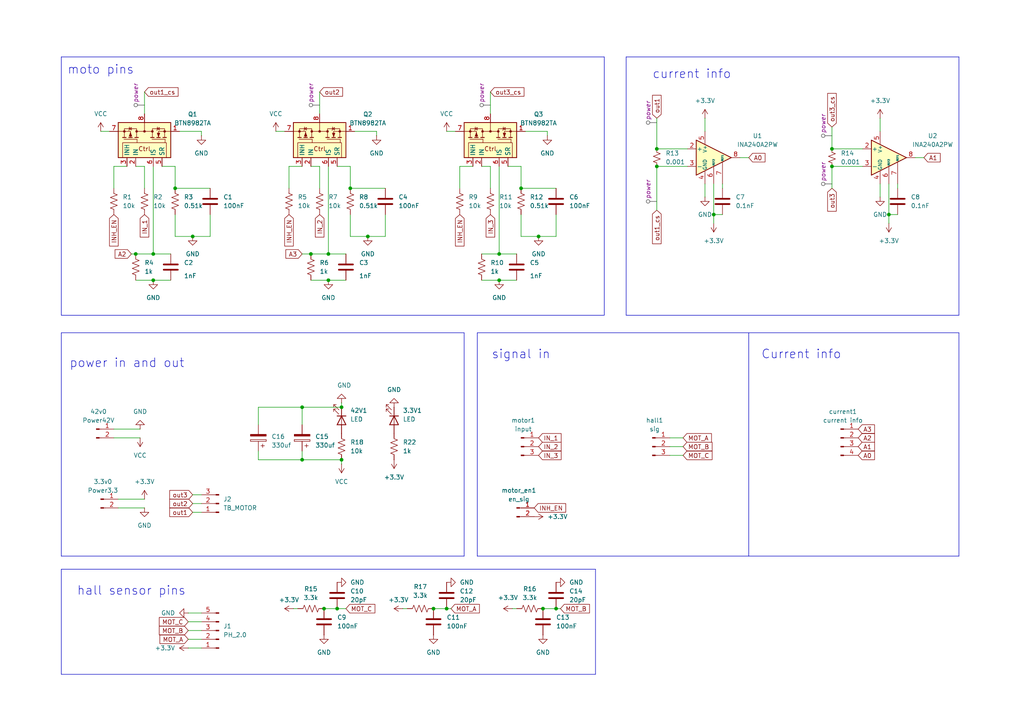
<source format=kicad_sch>
(kicad_sch (version 20231120) (generator "eeschema") (generator_version "8.0")
  (paper "A4")
  (lib_symbols
    (symbol "Amplifier_Current:INA240A2PW" (pin_names (offset 0.127))
      (property "Reference" "U" (at 3.81 3.81 0))
      (property "Value" "INA240A2PW" (at 3.81 -2.54 0))
      (symbol "INA240A2PW_0_1"
        (polyline (pts (xy 5.08 0) (xy -5.08 5.08) (xy -5.08 -5.08) (xy 5.08 0)) (stroke (width 0.254)) (fill (type background)))
      )
      (symbol "INA240A2PW_1_1"
        (pin passive line (at -2.54 -7.62 90) (length 3.81) hide (name "GND") (number "1"))
        (pin input line (at -7.62 2.54 0) (length 2.54) (name "+") (number "2"))
        (pin input line (at -7.62 -2.54 0) (length 2.54) (name "-") (number "3"))
        (pin power_in line (at -2.54 -7.62 90) (length 3.81) (name "GND") (number "4"))
        (pin power_in line (at -2.54 7.62 270) (length 3.81) (name "V+") (number "5"))
        (pin passive line (at 0 -7.62 90) (length 5.08) (name "REF2") (number "6"))
        (pin passive line (at 2.54 -7.62 90) (length 6.35) (name "REF1") (number "7"))
        (pin output line (at 7.62 0 180) (length 2.54) (name "~") (number "8"))
      )
    )
    (symbol "Connector:Conn_01x02_Pin" (pin_names (offset 1.016) hide)
      (property "Reference" "J" (at 0 2.54 0))
      (property "Value" "Conn_01x02_Pin" (at 0 -5.08 0))
      (symbol "Conn_01x02_Pin_1_1"
        (polyline (pts (xy 1.27 -2.54) (xy 0.8636 -2.54)) (stroke (width 0.1524)))
        (polyline (pts (xy 1.27 0) (xy 0.8636 0)) (stroke (width 0.1524)))
        (rectangle (start 0.8636 -2.413) (end 0 -2.667) (stroke (width 0.1524)) (fill (type outline)))
        (rectangle (start 0.8636 0.127) (end 0 -0.127) (stroke (width 0.1524)) (fill (type outline)))
        (pin passive line (at 5.08 0 180) (length 3.81) (name "Pin_1") (number "1"))
        (pin passive line (at 5.08 -2.54 180) (length 3.81) (name "Pin_2") (number "2"))
      )
    )
    (symbol "Connector:Conn_01x03_Pin" (pin_names (offset 1.016) hide)
      (property "Reference" "J" (at 0 5.08 0))
      (property "Value" "Conn_01x03_Pin" (at 0 -5.08 0))
      (symbol "Conn_01x03_Pin_1_1"
        (polyline (pts (xy 1.27 -2.54) (xy 0.8636 -2.54)) (stroke (width 0.1524)))
        (polyline (pts (xy 1.27 0) (xy 0.8636 0)) (stroke (width 0.1524)))
        (polyline (pts (xy 1.27 2.54) (xy 0.8636 2.54)) (stroke (width 0.1524)))
        (rectangle (start 0.8636 -2.413) (end 0 -2.667) (stroke (width 0.1524)) (fill (type outline)))
        (rectangle (start 0.8636 0.127) (end 0 -0.127) (stroke (width 0.1524)) (fill (type outline)))
        (rectangle (start 0.8636 2.667) (end 0 2.413) (stroke (width 0.1524)) (fill (type outline)))
        (pin passive line (at 5.08 2.54 180) (length 3.81) (name "Pin_1") (number "1"))
        (pin passive line (at 5.08 0 180) (length 3.81) (name "Pin_2") (number "2"))
        (pin passive line (at 5.08 -2.54 180) (length 3.81) (name "Pin_3") (number "3"))
      )
    )
    (symbol "Connector:Conn_01x04_Pin" (pin_names (offset 1.016) hide)
      (property "Reference" "J" (at 0 5.08 0))
      (property "Value" "Conn_01x04_Pin" (at 0 -7.62 0))
      (symbol "Conn_01x04_Pin_1_1"
        (polyline (pts (xy 1.27 -5.08) (xy 0.8636 -5.08)) (stroke (width 0.1524)))
        (polyline (pts (xy 1.27 -2.54) (xy 0.8636 -2.54)) (stroke (width 0.1524)))
        (polyline (pts (xy 1.27 0) (xy 0.8636 0)) (stroke (width 0.1524)))
        (polyline (pts (xy 1.27 2.54) (xy 0.8636 2.54)) (stroke (width 0.1524)))
        (rectangle (start 0.8636 -4.953) (end 0 -5.207) (stroke (width 0.1524)) (fill (type outline)))
        (rectangle (start 0.8636 -2.413) (end 0 -2.667) (stroke (width 0.1524)) (fill (type outline)))
        (rectangle (start 0.8636 0.127) (end 0 -0.127) (stroke (width 0.1524)) (fill (type outline)))
        (rectangle (start 0.8636 2.667) (end 0 2.413) (stroke (width 0.1524)) (fill (type outline)))
        (pin passive line (at 5.08 2.54 180) (length 3.81) (name "Pin_1") (number "1"))
        (pin passive line (at 5.08 0 180) (length 3.81) (name "Pin_2") (number "2"))
        (pin passive line (at 5.08 -2.54 180) (length 3.81) (name "Pin_3") (number "3"))
        (pin passive line (at 5.08 -5.08 180) (length 3.81) (name "Pin_4") (number "4"))
      )
    )
    (symbol "Connector:Conn_01x05_Pin" (pin_names (offset 1.016) hide)
      (property "Reference" "J" (at 0 7.62 0))
      (property "Value" "Conn_01x05_Pin" (at 0 -7.62 0))
      (symbol "Conn_01x05_Pin_1_1"
        (polyline (pts (xy 1.27 -5.08) (xy 0.8636 -5.08)) (stroke (width 0.1524)))
        (polyline (pts (xy 1.27 -2.54) (xy 0.8636 -2.54)) (stroke (width 0.1524)))
        (polyline (pts (xy 1.27 0) (xy 0.8636 0)) (stroke (width 0.1524)))
        (polyline (pts (xy 1.27 2.54) (xy 0.8636 2.54)) (stroke (width 0.1524)))
        (polyline (pts (xy 1.27 5.08) (xy 0.8636 5.08)) (stroke (width 0.1524)))
        (rectangle (start 0.8636 -4.953) (end 0 -5.207) (stroke (width 0.1524)) (fill (type outline)))
        (rectangle (start 0.8636 -2.413) (end 0 -2.667) (stroke (width 0.1524)) (fill (type outline)))
        (rectangle (start 0.8636 0.127) (end 0 -0.127) (stroke (width 0.1524)) (fill (type outline)))
        (rectangle (start 0.8636 2.667) (end 0 2.413) (stroke (width 0.1524)) (fill (type outline)))
        (rectangle (start 0.8636 5.207) (end 0 4.953) (stroke (width 0.1524)) (fill (type outline)))
        (pin passive line (at 5.08 5.08 180) (length 3.81) (name "Pin_1") (number "1"))
        (pin passive line (at 5.08 2.54 180) (length 3.81) (name "Pin_2") (number "2"))
        (pin passive line (at 5.08 0 180) (length 3.81) (name "Pin_3") (number "3"))
        (pin passive line (at 5.08 -2.54 180) (length 3.81) (name "Pin_4") (number "4"))
        (pin passive line (at 5.08 -5.08 180) (length 3.81) (name "Pin_5") (number "5"))
      )
    )
    (symbol "Device:C" (pin_numbers hide) (pin_names (offset 0.254))
      (property "Reference" "C" (at 0.635 2.54 0))
      (property "Value" "C" (at 0.635 -2.54 0))
      (symbol "C_0_1"
        (polyline (pts (xy -2.032 -0.762) (xy 2.032 -0.762)) (stroke (width 0.508)))
        (polyline (pts (xy -2.032 0.762) (xy 2.032 0.762)) (stroke (width 0.508)))
      )
      (symbol "C_1_1"
        (pin passive line (at 0 3.81 270) (length 2.794) (name "~") (number "1"))
        (pin passive line (at 0 -3.81 90) (length 2.794) (name "~") (number "2"))
      )
    )
    (symbol "Device:C_Polarized" (pin_numbers hide) (pin_names (offset 0.254))
      (property "Reference" "C" (at 0.635 2.54 0))
      (property "Value" "C_Polarized" (at 0.635 -2.54 0))
      (symbol "C_Polarized_0_1"
        (rectangle (start -2.286 0.508) (end 2.286 1.016))
        (polyline (pts (xy -1.778 2.286) (xy -0.762 2.286)))
        (polyline (pts (xy -1.27 2.794) (xy -1.27 1.778)))
        (rectangle (start 2.286 -0.508) (end -2.286 -1.016) (fill (type outline)))
      )
      (symbol "C_Polarized_1_1"
        (pin passive line (at 0 3.81 270) (length 2.794) (name "~") (number "1"))
        (pin passive line (at 0 -3.81 90) (length 2.794) (name "~") (number "2"))
      )
    )
    (symbol "Device:LED" (pin_numbers hide) (pin_names (offset 1.016) hide)
      (property "Reference" "D" (at 0 2.54 0))
      (property "Value" "LED" (at 0 -2.54 0))
      (symbol "LED_0_1"
        (polyline (pts (xy -1.27 -1.27) (xy -1.27 1.27)) (stroke (width 0.254)))
        (polyline (pts (xy -1.27 0) (xy 1.27 0)))
        (polyline (pts (xy 1.27 -1.27) (xy 1.27 1.27) (xy -1.27 0) (xy 1.27 -1.27)) (stroke (width 0.254)))
        (polyline (pts (xy -3.048 -0.762) (xy -4.572 -2.286) (xy -3.81 -2.286) (xy -4.572 -2.286) (xy -4.572 -1.524)))
        (polyline (pts (xy -1.778 -0.762) (xy -3.302 -2.286) (xy -2.54 -2.286) (xy -3.302 -2.286) (xy -3.302 -1.524)))
      )
      (symbol "LED_1_1"
        (pin passive line (at -3.81 0 0) (length 2.54) (name "K") (number "1"))
        (pin passive line (at 3.81 0 180) (length 2.54) (name "A") (number "2"))
      )
    )
    (symbol "Device:R_Small_US" (pin_numbers hide) (pin_names (offset 0.254) hide)
      (property "Reference" "R" (at 0.762 0.508 0))
      (property "Value" "R_Small_US" (at 0.762 -1.016 0))
      (symbol "R_Small_US_1_1"
        (polyline (pts (xy 0 0) (xy 1.016 -0.381) (xy 0 -0.762) (xy -1.016 -1.143) (xy 0 -1.524)))
        (polyline (pts (xy 0 1.524) (xy 1.016 1.143) (xy 0 0.762) (xy -1.016 0.381) (xy 0 0)))
        (pin passive line (at 0 2.54 270) (length 1.016) (name "~") (number "1"))
        (pin passive line (at 0 -2.54 90) (length 1.016) (name "~") (number "2"))
      )
    )
    (symbol "Device:R_US" (pin_numbers hide) (pin_names (offset 0))
      (property "Reference" "R" (at 2.54 0 90))
      (property "Value" "R_US" (at -2.54 0 90))
      (symbol "R_US_0_1"
        (polyline (pts (xy 0 -2.286) (xy 0 -2.54)))
        (polyline (pts (xy 0 2.286) (xy 0 2.54)))
        (polyline (pts (xy 0 -0.762) (xy 1.016 -1.143) (xy 0 -1.524) (xy -1.016 -1.905) (xy 0 -2.286)))
        (polyline (pts (xy 0 0.762) (xy 1.016 0.381) (xy 0 0) (xy -1.016 -0.381) (xy 0 -0.762)))
        (polyline (pts (xy 0 2.286) (xy 1.016 1.905) (xy 0 1.524) (xy -1.016 1.143) (xy 0 0.762)))
      )
      (symbol "R_US_1_1"
        (pin passive line (at 0 3.81 270) (length 1.27) (name "~") (number "1"))
        (pin passive line (at 0 -3.81 90) (length 1.27) (name "~") (number "2"))
      )
    )
    (symbol "Power_Management:BTN8982TA"
      (property "Reference" "Q" (at 6.35 5.715 0))
      (property "Value" "BTN8982TA" (at 6.35 3.81 0))
      (symbol "BTN8982TA_0_1"
        (rectangle (start -5.08 7.62) (end 5.08 -7.62) (stroke (width 0.254)) (fill (type background)))
        (polyline (pts (xy 0.254 -5.969) (xy -0.762 -5.969)))
        (polyline (pts (xy 0.254 2.159) (xy -0.762 2.159)))
        (polyline (pts (xy 2.54 0) (xy 5.08 0)))
        (polyline (pts (xy 2.54 2.286) (xy 2.54 -2.286)))
        (polyline (pts (xy 2.54 -5.842) (xy 2.54 -7.62) (xy 2.54 -6.858)))
        (polyline (pts (xy -5.08 6.35) (xy -0.762 6.35) (xy -0.762 -6.35) (xy -5.08 -6.35)))
      )
      (symbol "BTN8982TA_1_0"
        (text "Ctrl" (at -2.54 0 900) (effects (font (size 1.27 1.27))))
      )
      (symbol "BTN8982TA_1_1"
        (polyline (pts (xy 0.762 -5.842) (xy 2.54 -5.842)))
        (polyline (pts (xy 0.762 -5.334) (xy 0.762 -6.35)) (stroke (width 0.254)))
        (polyline (pts (xy 0.762 -4.064) (xy 2.54 -4.064)))
        (polyline (pts (xy 0.762 -3.556) (xy 0.762 -4.572)) (stroke (width 0.254)))
        (polyline (pts (xy 0.762 -2.286) (xy 2.54 -2.286)))
        (polyline (pts (xy 0.762 -1.778) (xy 0.762 -2.794)) (stroke (width 0.254)))
        (polyline (pts (xy 0.762 2.286) (xy 2.54 2.286)))
        (polyline (pts (xy 0.762 2.794) (xy 0.762 1.778)) (stroke (width 0.254)))
        (polyline (pts (xy 0.762 4.064) (xy 2.54 4.064)))
        (polyline (pts (xy 0.762 4.572) (xy 0.762 3.556)) (stroke (width 0.254)))
        (polyline (pts (xy 0.762 5.842) (xy 2.54 5.842)))
        (polyline (pts (xy 0.762 6.35) (xy 0.762 5.334)) (stroke (width 0.254)))
        (polyline (pts (xy 2.54 -5.842) (xy 2.54 -4.064)))
        (polyline (pts (xy 2.54 4.064) (xy 2.54 5.842)))
        (polyline (pts (xy 2.54 7.62) (xy 2.54 5.842)))
        (polyline (pts (xy 0.254 -2.159) (xy 0.254 -5.969) (xy 0.254 -5.969)))
        (polyline (pts (xy 0.254 5.969) (xy 0.254 2.159) (xy 0.254 2.159)))
        (polyline (pts (xy 1.016 -4.064) (xy 2.032 -3.683) (xy 2.032 -4.445) (xy 1.016 -4.064)) (fill (type outline)))
        (polyline (pts (xy 2.159 4.064) (xy 1.143 3.683) (xy 1.143 4.445) (xy 2.159 4.064)) (fill (type outline)))
        (polyline (pts (xy 2.54 -5.842) (xy 3.302 -5.842) (xy 3.302 -2.286) (xy 2.54 -2.286)))
        (polyline (pts (xy 2.54 2.286) (xy 3.302 2.286) (xy 3.302 5.842) (xy 2.54 5.842)))
        (polyline (pts (xy 2.794 -3.556) (xy 2.921 -3.683) (xy 3.683 -3.683) (xy 3.81 -3.81)))
        (polyline (pts (xy 2.794 4.572) (xy 2.921 4.445) (xy 3.683 4.445) (xy 3.81 4.318)))
        (polyline (pts (xy 3.302 -3.683) (xy 2.921 -4.318) (xy 3.683 -4.318) (xy 3.302 -3.683)))
        (polyline (pts (xy 3.302 4.445) (xy 2.921 3.81) (xy 3.683 3.81) (xy 3.302 4.445)))
        (circle (center 2.54 -5.842) (radius 0.2794) (fill (type outline)))
        (circle (center 2.54 -2.286) (radius 0.2794) (fill (type outline)))
        (circle (center 2.54 0) (radius 0.2794) (fill (type outline)))
        (circle (center 2.54 2.286) (radius 0.2794) (fill (type outline)))
        (circle (center 2.54 5.842) (radius 0.2794) (fill (type outline)))
        (pin power_in line (at 2.54 -10.16 90) (length 2.54) (name "~") (number "1"))
        (pin input line (at -7.62 2.54 0) (length 2.54) (name "IN") (number "2"))
        (pin input line (at -7.62 5.08 0) (length 2.54) (name "INH") (number "3"))
        (pin passive line (at 7.62 0 180) (length 2.54) hide (name "~") (number "4"))
        (pin input line (at -7.62 -5.08 0) (length 2.54) (name "SR") (number "5"))
        (pin output line (at -7.62 -2.54 0) (length 2.54) (name "IS") (number "6"))
        (pin power_in line (at 2.54 10.16 270) (length 2.54) (name "~") (number "7"))
        (pin passive line (at 7.62 0 180) (length 2.54) (name "~") (number "8"))
      )
    )
    (symbol "power:+3.3V" (power) (pin_numbers hide) (pin_names (offset 0) hide)
      (property "Value" "+3.3V" (at 0 3.556 0))
      (symbol "+3.3V_0_1"
        (polyline (pts (xy -0.762 1.27) (xy 0 2.54)))
        (polyline (pts (xy 0 0) (xy 0 2.54)))
        (polyline (pts (xy 0 2.54) (xy 0.762 1.27)))
      )
      (symbol "+3.3V_1_1"
        (pin power_in line (at 0 0 90) (length 0) (name "~") (number "1"))
      )
    )
    (symbol "power:GND" (power) (pin_numbers hide) (pin_names (offset 0) hide)
      (property "Value" "GND" (at 0 -3.81 0))
      (symbol "GND_0_1"
        (polyline (pts (xy 0 0) (xy 0 -1.27) (xy 1.27 -1.27) (xy 0 -2.54) (xy -1.27 -1.27) (xy 0 -1.27)))
      )
      (symbol "GND_1_1"
        (pin power_in line (at 0 0 270) (length 0) (name "~") (number "1"))
      )
    )
    (symbol "power:VCC" (power) (pin_numbers hide) (pin_names (offset 0) hide)
      (property "Value" "VCC" (at 0 3.556 0))
      (symbol "VCC_0_1"
        (polyline (pts (xy -0.762 1.27) (xy 0 2.54)))
        (polyline (pts (xy 0 0) (xy 0 2.54)))
        (polyline (pts (xy 0 2.54) (xy 0.762 1.27)))
      )
      (symbol "VCC_1_1"
        (pin power_in line (at 0 0 90) (length 0) (name "~") (number "1"))
      )
    )
  )
  (junction (at 241.3 43.18))
  (junction (at 190.5 48.26))
  (junction (at 241.3 48.26))
  (junction (at 95.25 81.28))
  (junction (at 144.78 81.28))
  (junction (at 156.21 68.58))
  (junction (at 87.63 133.35))
  (junction (at 129.54 176.53))
  (junction (at 44.45 81.28))
  (junction (at 257.81 62.23))
  (junction (at 44.45 73.66))
  (junction (at 207.01 62.23))
  (junction (at 97.79 176.53))
  (junction (at 157.48 176.53))
  (junction (at 144.78 73.66))
  (junction (at 95.25 73.66))
  (junction (at 55.88 68.58))
  (junction (at 190.5 43.18))
  (junction (at 39.37 73.66))
  (junction (at 50.8 54.61))
  (junction (at 106.68 68.58))
  (junction (at 90.17 73.66))
  (junction (at 101.6 54.61))
  (junction (at 99.06 118.11))
  (junction (at 93.98 176.53))
  (junction (at 125.73 176.53))
  (junction (at 161.29 176.53))
  (junction (at 87.63 118.11))
  (junction (at 99.06 133.35))
  (junction (at 151.13 54.61))
  (wire (pts (xy 158.75 39.37) (xy 158.75 38.1)))
  (polyline (pts (xy 17.78 91.44) (xy 175.26 91.44)))
  (wire (pts (xy 158.75 38.1) (xy 152.4 38.1)))
  (wire (pts (xy 99.06 116.84) (xy 99.06 118.11)))
  (wire (pts (xy 109.22 38.1) (xy 102.87 38.1)))
  (wire (pts (xy 55.88 146.05) (xy 58.42 146.05)))
  (wire (pts (xy 74.93 130.81) (xy 74.93 133.35)))
  (wire (pts (xy 54.61 182.88) (xy 58.42 182.88)))
  (wire (pts (xy 74.93 118.11) (xy 87.63 118.11)))
  (wire (pts (xy 207.01 53.34) (xy 207.01 62.23)))
  (wire (pts (xy 41.91 26.67) (xy 41.91 33.02)))
  (wire (pts (xy 34.29 144.78) (xy 41.91 144.78)))
  (wire (pts (xy 54.61 180.34) (xy 58.42 180.34)))
  (wire (pts (xy 33.02 127) (xy 40.64 127)))
  (wire (pts (xy 92.71 26.67) (xy 92.71 33.02)))
  (wire (pts (xy 85.09 176.53) (xy 86.36 176.53)))
  (wire (pts (xy 101.6 62.23) (xy 101.6 68.58)))
  (wire (pts (xy 55.88 143.51) (xy 58.42 143.51)))
  (wire (pts (xy 109.22 39.37) (xy 109.22 38.1)))
  (wire (pts (xy 50.8 48.26) (xy 50.8 54.61)))
  (polyline (pts (xy 181.61 16.51) (xy 181.61 91.44)))
  (wire (pts (xy 80.01 38.1) (xy 82.55 38.1)))
  (polyline (pts (xy 17.78 96.52) (xy 17.78 161.29)))
  (wire (pts (xy 38.1 73.66) (xy 39.37 73.66)))
  (wire (pts (xy 106.68 68.58) (xy 111.76 68.58)))
  (wire (pts (xy 257.81 62.23) (xy 257.81 64.77)))
  (wire (pts (xy 241.3 36.83) (xy 241.3 43.18)))
  (wire (pts (xy 142.24 48.26) (xy 142.24 54.61)))
  (wire (pts (xy 87.63 130.81) (xy 87.63 133.35)))
  (wire (pts (xy 58.42 38.1) (xy 52.07 38.1)))
  (wire (pts (xy 55.88 148.59) (xy 58.42 148.59)))
  (wire (pts (xy 100.33 176.53) (xy 97.79 176.53)))
  (wire (pts (xy 139.7 48.26) (xy 142.24 48.26)))
  (wire (pts (xy 90.17 73.66) (xy 95.25 73.66)))
  (wire (pts (xy 90.17 81.28) (xy 95.25 81.28)))
  (wire (pts (xy 101.6 68.58) (xy 106.68 68.58)))
  (wire (pts (xy 74.93 133.35) (xy 87.63 133.35)))
  (wire (pts (xy 50.8 54.61) (xy 60.96 54.61)))
  (wire (pts (xy 129.54 176.53) (xy 125.73 176.53)))
  (wire (pts (xy 95.25 81.28) (xy 100.33 81.28)))
  (wire (pts (xy 209.55 53.34) (xy 209.55 54.61)))
  (polyline (pts (xy 172.72 195.58) (xy 172.72 165.1)))
  (wire (pts (xy 147.32 48.26) (xy 151.13 48.26)))
  (wire (pts (xy 60.96 62.23) (xy 60.96 68.58)))
  (polyline (pts (xy 278.13 91.44) (xy 278.13 16.51)))
  (wire (pts (xy 255.27 57.15) (xy 255.27 53.34)))
  (wire (pts (xy 207.01 62.23) (xy 209.55 62.23)))
  (wire (pts (xy 95.25 73.66) (xy 100.33 73.66)))
  (wire (pts (xy 198.12 132.08) (xy 194.31 132.08)))
  (wire (pts (xy 204.47 34.29) (xy 204.47 38.1)))
  (wire (pts (xy 44.45 73.66) (xy 49.53 73.66)))
  (wire (pts (xy 129.54 38.1) (xy 132.08 38.1)))
  (polyline (pts (xy 181.61 91.44) (xy 278.13 91.44)))
  (wire (pts (xy 116.84 176.53) (xy 118.11 176.53)))
  (polyline (pts (xy 278.13 161.29) (xy 278.13 96.52)))
  (wire (pts (xy 198.12 129.54) (xy 194.31 129.54)))
  (wire (pts (xy 87.63 73.66) (xy 90.17 73.66)))
  (wire (pts (xy 241.3 48.26) (xy 250.19 48.26)))
  (wire (pts (xy 74.93 123.19) (xy 74.93 118.11)))
  (polyline (pts (xy 134.62 161.29) (xy 134.62 96.52)))
  (wire (pts (xy 92.71 48.26) (xy 92.71 54.61)))
  (wire (pts (xy 111.76 62.23) (xy 111.76 68.58)))
  (wire (pts (xy 90.17 48.26) (xy 92.71 48.26)))
  (wire (pts (xy 148.59 176.53) (xy 149.86 176.53)))
  (wire (pts (xy 34.29 147.32) (xy 41.91 147.32)))
  (wire (pts (xy 87.63 48.26) (xy 83.82 48.26)))
  (wire (pts (xy 198.12 127) (xy 194.31 127)))
  (polyline (pts (xy 17.78 161.29) (xy 134.62 161.29)))
  (wire (pts (xy 260.35 53.34) (xy 260.35 54.61)))
  (wire (pts (xy 87.63 123.19) (xy 87.63 118.11)))
  (wire (pts (xy 255.27 34.29) (xy 255.27 38.1)))
  (wire (pts (xy 46.99 48.26) (xy 50.8 48.26)))
  (polyline (pts (xy 175.26 91.44) (xy 175.26 16.51)))
  (wire (pts (xy 151.13 68.58) (xy 156.21 68.58)))
  (wire (pts (xy 39.37 73.66) (xy 44.45 73.66)))
  (polyline (pts (xy 17.78 165.1) (xy 17.78 195.58)))
  (wire (pts (xy 257.81 53.34) (xy 257.81 62.23)))
  (wire (pts (xy 33.02 48.26) (xy 33.02 54.61)))
  (wire (pts (xy 36.83 48.26) (xy 33.02 48.26)))
  (wire (pts (xy 161.29 62.23) (xy 161.29 68.58)))
  (wire (pts (xy 83.82 48.26) (xy 83.82 54.61)))
  (wire (pts (xy 55.88 68.58) (xy 60.96 68.58)))
  (wire (pts (xy 144.78 81.28) (xy 149.86 81.28)))
  (wire (pts (xy 142.24 26.67) (xy 142.24 33.02)))
  (wire (pts (xy 33.02 124.46) (xy 40.64 124.46)))
  (polyline (pts (xy 17.78 16.51) (xy 175.26 16.51)))
  (wire (pts (xy 95.25 48.26) (xy 95.25 73.66)))
  (wire (pts (xy 87.63 133.35) (xy 99.06 133.35)))
  (wire (pts (xy 54.61 187.96) (xy 58.42 187.96)))
  (wire (pts (xy 44.45 81.28) (xy 49.53 81.28)))
  (wire (pts (xy 190.5 34.29) (xy 190.5 43.18)))
  (wire (pts (xy 137.16 48.26) (xy 133.35 48.26)))
  (wire (pts (xy 190.5 43.18) (xy 199.39 43.18)))
  (polyline (pts (xy 17.78 165.1) (xy 172.72 165.1)))
  (polyline (pts (xy 138.43 96.52) (xy 138.43 161.29)))
  (wire (pts (xy 29.21 38.1) (xy 31.75 38.1)))
  (wire (pts (xy 101.6 54.61) (xy 111.76 54.61)))
  (wire (pts (xy 151.13 48.26) (xy 151.13 54.61)))
  (wire (pts (xy 39.37 48.26) (xy 41.91 48.26)))
  (wire (pts (xy 144.78 48.26) (xy 144.78 73.66)))
  (polyline (pts (xy 17.78 195.58) (xy 172.72 195.58)))
  (wire (pts (xy 139.7 81.28) (xy 144.78 81.28)))
  (polyline (pts (xy 138.43 96.52) (xy 278.13 96.52)))
  (wire (pts (xy 162.56 176.53) (xy 161.29 176.53)))
  (wire (pts (xy 54.61 185.42) (xy 58.42 185.42)))
  (wire (pts (xy 257.81 62.23) (xy 260.35 62.23)))
  (wire (pts (xy 50.8 62.23) (xy 50.8 68.58)))
  (wire (pts (xy 241.3 43.18) (xy 250.19 43.18)))
  (wire (pts (xy 101.6 48.26) (xy 101.6 54.61)))
  (wire (pts (xy 190.5 48.26) (xy 199.39 48.26)))
  (wire (pts (xy 130.81 176.53) (xy 129.54 176.53)))
  (wire (pts (xy 139.7 73.66) (xy 144.78 73.66)))
  (wire (pts (xy 190.5 48.26) (xy 190.5 60.96)))
  (polyline (pts (xy 217.17 96.52) (xy 217.17 161.29)))
  (wire (pts (xy 151.13 54.61) (xy 161.29 54.61)))
  (wire (pts (xy 50.8 68.58) (xy 55.88 68.58)))
  (polyline (pts (xy 181.61 16.51) (xy 278.13 16.51)))
  (wire (pts (xy 97.79 48.26) (xy 101.6 48.26)))
  (polyline (pts (xy 17.78 96.52) (xy 134.62 96.52)))
  (wire (pts (xy 87.63 118.11) (xy 99.06 118.11)))
  (wire (pts (xy 151.13 62.23) (xy 151.13 68.58)))
  (polyline (pts (xy 17.78 16.51) (xy 17.78 91.44)))
  (wire (pts (xy 204.47 57.15) (xy 204.47 53.34)))
  (wire (pts (xy 58.42 39.37) (xy 58.42 38.1)))
  (wire (pts (xy 99.06 134.62) (xy 99.06 133.35)))
  (wire (pts (xy 241.3 48.26) (xy 241.3 54.61)))
  (wire (pts (xy 44.45 48.26) (xy 44.45 73.66)))
  (wire (pts (xy 97.79 176.53) (xy 93.98 176.53)))
  (wire (pts (xy 161.29 176.53) (xy 157.48 176.53)))
  (wire (pts (xy 133.35 48.26) (xy 133.35 54.61)))
  (wire (pts (xy 54.61 177.8) (xy 58.42 177.8)))
  (polyline (pts (xy 138.43 161.29) (xy 278.13 161.29)))
  (wire (pts (xy 265.43 45.72) (xy 267.97 45.72)))
  (wire (pts (xy 144.78 73.66) (xy 149.86 73.66)))
  (wire (pts (xy 41.91 48.26) (xy 41.91 54.61)))
  (wire (pts (xy 214.63 45.72) (xy 217.17 45.72)))
  (wire (pts (xy 156.21 68.58) (xy 161.29 68.58)))
  (wire (pts (xy 39.37 81.28) (xy 44.45 81.28)))
  (wire (pts (xy 207.01 62.23) (xy 207.01 64.77)))
  (text "Current info" (at 232.41 102.87 0) (effects (font (size 2.54 2.54))))
  (text "hall sensor pins" (at 38.1 171.45 0) (effects (font (size 2.54 2.54))))
  (text "signal in\n" (at 151.13 102.87 0) (effects (font (size 2.54 2.54))))
  (text "power in and out" (at 36.83 105.41 0) (effects (font (size 2.54 2.54))))
  (text "moto pins" (at 29.21 20.32 0) (effects (font (size 2.54 2.54))))
  (text "current info\n" (at 200.66 21.59 0) (effects (font (size 2.54 2.54))))
  (global_label "A2" (shape input) (at 248.92 127 0) (property "Intersheetrefs" "${INTERSHEET_REFS}" (effects (hide yes))))
  (global_label "IN_3" (shape input) (at 142.24 62.23 270) (property "Intersheetrefs" "${INTERSHEET_REFS}" (effects (hide yes))))
  (global_label "A1" (shape input) (at 248.92 129.54 0) (property "Intersheetrefs" "${INTERSHEET_REFS}" (effects (hide yes))))
  (global_label "INH_EN" (shape input) (at 133.35 62.23 270) (property "Intersheetrefs" "${INTERSHEET_REFS}" (effects (hide yes))))
  (global_label "IN_1" (shape input) (at 41.91 62.23 270) (property "Intersheetrefs" "${INTERSHEET_REFS}" (effects (hide yes))))
  (global_label "A1" (shape input) (at 267.97 45.72 0) (property "Intersheetrefs" "${INTERSHEET_REFS}" (effects (hide yes))))
  (global_label "INH_EN" (shape input) (at 83.82 62.23 270) (property "Intersheetrefs" "${INTERSHEET_REFS}" (effects (hide yes))))
  (global_label "IN_2" (shape input) (at 92.71 62.23 270) (property "Intersheetrefs" "${INTERSHEET_REFS}" (effects (hide yes))))
  (global_label "out1_cs" (shape input) (at 190.5 60.96 270) (property "Intersheetrefs" "${INTERSHEET_REFS}" (effects (hide yes))))
  (global_label "out3_cs" (shape input) (at 241.3 36.83 90) (property "Intersheetrefs" "${INTERSHEET_REFS}" (effects (hide yes))))
  (global_label "INH_EN" (shape input) (at 154.94 147.32 0) (property "Intersheetrefs" "${INTERSHEET_REFS}" (effects (hide yes))))
  (global_label "out1_cs" (shape input) (at 41.91 26.67 0) (property "Intersheetrefs" "${INTERSHEET_REFS}" (effects (hide yes))))
  (global_label "out1" (shape input) (at 55.88 148.59 180) (property "Intersheetrefs" "${INTERSHEET_REFS}" (effects (hide yes))))
  (global_label "out1" (shape input) (at 190.5 34.29 90) (property "Intersheetrefs" "${INTERSHEET_REFS}" (effects (hide yes))))
  (global_label "A3" (shape input) (at 87.63 73.66 180) (property "Intersheetrefs" "${INTERSHEET_REFS}" (effects (hide yes))))
  (global_label "out3" (shape input) (at 55.88 143.51 180) (property "Intersheetrefs" "${INTERSHEET_REFS}" (effects (hide yes))))
  (global_label "IN_3" (shape input) (at 156.21 132.08 0) (property "Intersheetrefs" "${INTERSHEET_REFS}" (effects (hide yes))))
  (global_label "MOT_C" (shape input) (at 100.33 176.53 0) (property "Intersheetrefs" "${INTERSHEET_REFS}" (effects (hide yes))))
  (global_label "IN_1" (shape input) (at 156.21 127 0) (property "Intersheetrefs" "${INTERSHEET_REFS}" (effects (hide yes))))
  (global_label "A0" (shape input) (at 217.17 45.72 0) (property "Intersheetrefs" "${INTERSHEET_REFS}" (effects (hide yes))))
  (global_label "MOT_C" (shape input) (at 54.61 180.34 180) (property "Intersheetrefs" "${INTERSHEET_REFS}" (effects (hide yes))))
  (global_label "MOT_A" (shape input) (at 198.12 127 0) (property "Intersheetrefs" "${INTERSHEET_REFS}" (effects (hide yes))))
  (global_label "INH_EN" (shape input) (at 33.02 62.23 270) (property "Intersheetrefs" "${INTERSHEET_REFS}" (effects (hide yes))))
  (global_label "MOT_A" (shape input) (at 130.81 176.53 0) (property "Intersheetrefs" "${INTERSHEET_REFS}" (effects (hide yes))))
  (global_label "MOT_B" (shape input) (at 198.12 129.54 0) (property "Intersheetrefs" "${INTERSHEET_REFS}" (effects (hide yes))))
  (global_label "MOT_C" (shape input) (at 198.12 132.08 0) (property "Intersheetrefs" "${INTERSHEET_REFS}" (effects (hide yes))))
  (global_label "A2" (shape input) (at 38.1 73.66 180) (property "Intersheetrefs" "${INTERSHEET_REFS}" (effects (hide yes))))
  (global_label "out3" (shape input) (at 241.3 54.61 270) (property "Intersheetrefs" "${INTERSHEET_REFS}" (effects (hide yes))))
  (global_label "MOT_B" (shape input) (at 162.56 176.53 0) (property "Intersheetrefs" "${INTERSHEET_REFS}" (effects (hide yes))))
  (global_label "A0" (shape input) (at 248.92 132.08 0) (property "Intersheetrefs" "${INTERSHEET_REFS}" (effects (hide yes))))
  (global_label "out2" (shape input) (at 92.71 26.67 0) (property "Intersheetrefs" "${INTERSHEET_REFS}" (effects (hide yes))))
  (global_label "MOT_A" (shape input) (at 54.61 185.42 180) (property "Intersheetrefs" "${INTERSHEET_REFS}" (effects (hide yes))))
  (global_label "A3" (shape input) (at 248.92 124.46 0) (property "Intersheetrefs" "${INTERSHEET_REFS}" (effects (hide yes))))
  (global_label "IN_2" (shape input) (at 156.21 129.54 0) (property "Intersheetrefs" "${INTERSHEET_REFS}" (effects (hide yes))))
  (global_label "out2" (shape input) (at 55.88 146.05 180) (property "Intersheetrefs" "${INTERSHEET_REFS}" (effects (hide yes))))
  (global_label "MOT_B" (shape input) (at 54.61 182.88 180) (property "Intersheetrefs" "${INTERSHEET_REFS}" (effects (hide yes))))
  (global_label "out3_cs" (shape input) (at 142.24 26.67 0) (property "Intersheetrefs" "${INTERSHEET_REFS}" (effects (hide yes))))
  (netclass_flag "" (length 2.54) (shape round) (at 142.24 30.48 90) (property "Netclass" "power" (at 139.7 29.7815 90) (effects (font (italic yes)) (justify left))))
  (netclass_flag "" (length 2.54) (shape round) (at 241.3 53.34 90) (property "Netclass" "power" (at 238.76 52.6415 90) (effects (font (italic yes)) (justify left))))
  (netclass_flag "" (length 2.54) (shape round) (at 190.5 58.42 90) (property "Netclass" "power" (at 187.96 57.7215 90) (effects (font (italic yes)) (justify left))))
  (netclass_flag "" (length 2.54) (shape round) (at 92.71 30.48 90) (property "Netclass" "power" (at 90.17 29.7815 90) (effects (font (italic yes)) (justify left))))
  (netclass_flag "" (length 2.54) (shape round) (at 241.3 39.37 90) (property "Netclass" "power" (at 238.76 38.6715 90) (effects (font (italic yes)) (justify left))))
  (netclass_flag "" (length 2.54) (shape round) (at 41.91 30.48 90) (property "Netclass" "power" (at 39.37 29.7815 90) (effects (font (italic yes)) (justify left))))
  (netclass_flag "" (length 2.54) (shape round) (at 190.5 35.56 90) (property "Netclass" "power" (at 187.96 34.8615 90) (effects (font (italic yes)) (justify left))))
  (symbol (lib_id "power:+3.3V") (at 154.94 149.86 270) (unit 1)
    (property "Reference" "#PWR038" (effects (hide yes)))
    (property "Value" "+3.3V" (at 158.75 149.8599 90) (effects (justify left)))
    (property "Description" "Power symbol creates a global label with name \"+3.3V\"" (effects (hide yes)))
  )
  (symbol (lib_id "power:GND") (at 99.06 116.84 180) (unit 1)
    (property "Reference" "#PWR025" (effects (hide yes)))
    (property "Value" "GND" (at 97.79 111.76 0) (effects (justify right)))
    (property "Description" "Power symbol creates a global label with name \"GND\" , ground" (effects (hide yes)))
  )
  (symbol (lib_id "Device:R_US") (at 142.24 58.42 0) (unit 1)
    (property "Reference" "R11" (at 144.78 57.1499 0) (effects (justify left)))
    (property "Value" "10k" (at 144.78 59.6899 0) (effects (justify left)))
    (property "Footprint" "Resistor_SMD:R_0603_1608Metric" (effects (hide yes)))
    (property "Description" "Resistor, US symbol" (effects (hide yes)))
  )
  (symbol (lib_id "power:GND") (at 204.47 57.15 0) (unit 1)
    (property "Reference" "#PWR014" (effects (hide yes)))
    (property "Value" "GND" (at 204.47 62.23 0))
    (property "Description" "Power symbol creates a global label with name \"GND\" , ground" (effects (hide yes)))
  )
  (symbol (lib_id "Device:C") (at 111.76 58.42 0) (unit 1)
    (property "Reference" "C4" (at 115.57 57.1499 0) (effects (justify left)))
    (property "Value" "100nF" (at 115.57 59.6899 0) (effects (justify left)))
    (property "Footprint" "Capacitor_SMD:C_0603_1608Metric" (effects (hide yes)))
    (property "Description" "Unpolarized capacitor" (effects (hide yes)))
  )
  (symbol (lib_id "Device:R_US") (at 39.37 77.47 0) (unit 1)
    (property "Reference" "R4" (at 41.91 76.1999 0) (effects (justify left)))
    (property "Value" "1k" (at 41.91 78.7399 0) (effects (justify left)))
    (property "Footprint" "Resistor_SMD:R_0603_1608Metric" (effects (hide yes)))
    (property "Description" "Resistor, US symbol" (effects (hide yes)))
  )
  (symbol (lib_id "power:+3.3V") (at 85.09 176.53 90) (unit 1)
    (property "Reference" "#PWR021" (effects (hide yes)))
    (property "Value" "+3.3V" (at 83.82 173.99 90))
    (property "Description" "Power symbol creates a global label with name \"+3.3V\"" (effects (hide yes)))
  )
  (symbol (lib_id "Connector:Conn_01x03_Pin") (at 189.23 129.54 0) (unit 1)
    (property "Reference" "hall1" (at 189.865 121.92 0))
    (property "Value" "sig" (at 189.865 124.46 0))
    (property "Footprint" "Connector_PinHeader_2.54mm:PinHeader_1x03_P2.54mm_Vertical" (effects (hide yes)))
    (property "Description" "Generic connector, single row, 01x03, script generated" (effects (hide yes)))
  )
  (symbol (lib_id "power:GND") (at 144.78 81.28 0) (unit 1)
    (property "Reference" "#PWR010" (effects (hide yes)))
    (property "Value" "GND" (at 144.78 86.36 0))
    (property "Description" "Power symbol creates a global label with name \"GND\" , ground" (effects (hide yes)))
  )
  (symbol (lib_id "Device:R_US") (at 133.35 58.42 0) (unit 1)
    (property "Reference" "R9" (at 135.89 57.1499 0) (effects (justify left)))
    (property "Value" "10k" (at 135.89 59.6899 0) (effects (justify left)))
    (property "Footprint" "Resistor_SMD:R_0603_1608Metric" (effects (hide yes)))
    (property "Description" "Resistor, US symbol" (effects (hide yes)))
  )
  (symbol (lib_id "power:+3.3V") (at 116.84 176.53 90) (unit 1)
    (property "Reference" "#PWR023" (effects (hide yes)))
    (property "Value" "+3.3V" (at 115.57 173.99 90))
    (property "Description" "Power symbol creates a global label with name \"+3.3V\"" (effects (hide yes)))
  )
  (symbol (lib_id "power:GND") (at 158.75 39.37 0) (unit 1)
    (property "Reference" "#PWR012" (effects (hide yes)))
    (property "Value" "GND" (at 158.75 44.45 0))
    (property "Description" "Power symbol creates a global label with name \"GND\" , ground" (effects (hide yes)))
  )
  (symbol (lib_id "Device:R_US") (at 99.06 129.54 180) (unit 1)
    (property "Reference" "R18" (at 101.6 128.2699 0) (effects (justify right)))
    (property "Value" "10k" (at 101.6 130.8099 0) (effects (justify right)))
    (property "Footprint" "Resistor_SMD:R_0603_1608Metric" (effects (hide yes)))
    (property "Description" "Resistor, US symbol" (effects (hide yes)))
  )
  (symbol (lib_id "power:+3.3V") (at 207.01 64.77 180) (unit 1)
    (property "Reference" "#PWR015" (effects (hide yes)))
    (property "Value" "+3.3V" (at 207.01 69.85 0))
    (property "Description" "Power symbol creates a global label with name \"+3.3V\"" (effects (hide yes)))
  )
  (symbol (lib_id "Device:LED") (at 99.06 121.92 270) (unit 1)
    (property "Reference" "42V1" (at 101.6 119.0624 90) (effects (justify left)))
    (property "Value" "LED" (at 101.6 121.6024 90) (effects (justify left)))
    (property "Footprint" "LED_SMD:LED_0603_1608Metric" (effects (hide yes)))
    (property "Description" "Light emitting diode" (effects (hide yes)))
  )
  (symbol (lib_id "Device:C") (at 149.86 77.47 0) (unit 1)
    (property "Reference" "C5" (at 153.67 76.1999 0) (effects (justify left)))
    (property "Value" "1nF" (at 153.67 80.0099 0) (effects (justify left)))
    (property "Footprint" "Capacitor_SMD:C_0603_1608Metric" (effects (hide yes)))
    (property "Description" "Unpolarized capacitor" (effects (hide yes)))
  )
  (symbol (lib_id "power:GND") (at 156.21 68.58 0) (unit 1)
    (property "Reference" "#PWR011" (effects (hide yes)))
    (property "Value" "GND" (at 156.21 73.66 0))
    (property "Description" "Power symbol creates a global label with name \"GND\" , ground" (effects (hide yes)))
  )
  (symbol (lib_id "Device:R_Small_US") (at 190.5 45.72 0) (unit 1)
    (property "Reference" "R13" (at 193.04 44.4499 0) (effects (justify left)))
    (property "Value" "0.001" (at 193.04 46.9899 0) (effects (justify left)))
    (property "Footprint" "Resistor_SMD:R_2512_6332Metric" (effects (hide yes)))
    (property "Description" "Resistor, small US symbol" (effects (hide yes)))
  )
  (symbol (lib_id "Device:R_US") (at 139.7 77.47 0) (unit 1)
    (property "Reference" "R10" (at 142.24 76.1999 0) (effects (justify left)))
    (property "Value" "1k" (at 142.24 78.7399 0) (effects (justify left)))
    (property "Footprint" "Resistor_SMD:R_0603_1608Metric" (effects (hide yes)))
    (property "Description" "Resistor, US symbol" (effects (hide yes)))
  )
  (symbol (lib_id "power:GND") (at 106.68 68.58 0) (unit 1)
    (property "Reference" "#PWR07" (effects (hide yes)))
    (property "Value" "GND" (at 106.68 73.66 0))
    (property "Description" "Power symbol creates a global label with name \"GND\" , ground" (effects (hide yes)))
  )
  (symbol (lib_id "Device:R_US") (at 33.02 58.42 0) (unit 1)
    (property "Reference" "R1" (at 35.56 57.1499 0) (effects (justify left)))
    (property "Value" "10k" (at 35.56 59.6899 0) (effects (justify left)))
    (property "Footprint" "Resistor_SMD:R_0603_1608Metric" (effects (hide yes)))
    (property "Description" "Resistor, US symbol" (effects (hide yes)))
  )
  (symbol (lib_id "Device:R_US") (at 90.17 77.47 0) (unit 1)
    (property "Reference" "R6" (at 92.71 76.1999 0) (effects (justify left)))
    (property "Value" "1k" (at 92.71 78.7399 0) (effects (justify left)))
    (property "Footprint" "Resistor_SMD:R_0603_1608Metric" (effects (hide yes)))
    (property "Description" "Resistor, US symbol" (effects (hide yes)))
  )
  (symbol (lib_id "power:GND") (at 95.25 81.28 0) (unit 1)
    (property "Reference" "#PWR06" (effects (hide yes)))
    (property "Value" "GND" (at 95.25 86.36 0))
    (property "Description" "Power symbol creates a global label with name \"GND\" , ground" (effects (hide yes)))
  )
  (symbol (lib_id "Device:C") (at 129.54 172.72 0) (unit 1)
    (property "Reference" "C12" (at 133.35 171.4499 0) (effects (justify left)))
    (property "Value" "20pF" (at 133.35 173.9899 0) (effects (justify left)))
    (property "Footprint" "Capacitor_SMD:C_0603_1608Metric" (effects (hide yes)))
    (property "Description" "Unpolarized capacitor" (effects (hide yes)))
  )
  (symbol (lib_id "Device:R_US") (at 90.17 176.53 270) (unit 1)
    (property "Reference" "R15" (at 90.17 170.815 90))
    (property "Value" "3.3k" (at 90.17 173.355 90))
    (property "Footprint" "Resistor_SMD:R_0603_1608Metric" (effects (hide yes)))
    (property "Description" "Resistor, US symbol" (effects (hide yes)))
  )
  (symbol (lib_id "Device:C") (at 161.29 58.42 0) (unit 1)
    (property "Reference" "C6" (at 165.1 57.1499 0) (effects (justify left)))
    (property "Value" "100nF" (at 165.1 59.6899 0) (effects (justify left)))
    (property "Footprint" "Capacitor_SMD:C_0603_1608Metric" (effects (hide yes)))
    (property "Description" "Unpolarized capacitor" (effects (hide yes)))
  )
  (symbol (lib_id "power:GND") (at 97.79 168.91 90) (unit 1)
    (property "Reference" "#PWR031" (effects (hide yes)))
    (property "Value" "GND" (at 101.6 168.9099 90) (effects (justify right)))
    (property "Description" "Power symbol creates a global label with name \"GND\" , ground" (effects (hide yes)))
  )
  (symbol (lib_id "Connector:Conn_01x05_Pin") (at 63.5 182.88 180) (unit 1)
    (property "Reference" "J1" (at 64.77 181.6099 0) (effects (justify right)))
    (property "Value" "PH_2.0" (at 64.77 184.1499 0) (effects (justify right)))
    (property "Footprint" "Connector_JST:JST_PH_B5B-PH-SM4-TB_1x05-1MP_P2.00mm_Vertical" (effects (hide yes)))
    (property "Description" "Generic connector, single row, 01x05, script generated" (effects (hide yes)))
  )
  (symbol (lib_id "Device:C_Polarized") (at 87.63 127 180) (unit 1)
    (property "Reference" "C15" (at 91.44 126.6189 0) (effects (justify right)))
    (property "Value" "330uf" (at 91.44 129.1589 0) (effects (justify right)))
    (property "Footprint" "Capacitor_SMD:CP_Elec_10x10.5" (effects (hide yes)))
    (property "Description" "Polarized capacitor" (effects (hide yes)))
  )
  (symbol (lib_id "power:GND") (at 129.54 168.91 90) (unit 1)
    (property "Reference" "#PWR035" (effects (hide yes)))
    (property "Value" "GND" (at 133.35 168.9099 90) (effects (justify right)))
    (property "Description" "Power symbol creates a global label with name \"GND\" , ground" (effects (hide yes)))
  )
  (symbol (lib_id "Device:C") (at 60.96 58.42 0) (unit 1)
    (property "Reference" "C1" (at 64.77 57.1499 0) (effects (justify left)))
    (property "Value" "100nF" (at 64.77 59.6899 0) (effects (justify left)))
    (property "Footprint" "Capacitor_SMD:C_0603_1608Metric" (effects (hide yes)))
    (property "Description" "Unpolarized capacitor" (effects (hide yes)))
  )
  (symbol (lib_id "Connector:Conn_01x03_Pin") (at 63.5 146.05 180) (unit 1)
    (property "Reference" "J2" (at 64.77 144.7799 0) (effects (justify right)))
    (property "Value" "TB_MOTOR" (at 64.77 147.3199 0) (effects (justify right)))
    (property "Footprint" "Connector_AMASS:AMASS_MR30PW-M_1x03_P3.50mm_Horizontal" (effects (hide yes)))
    (property "Description" "Generic connector, single row, 01x03, script generated" (effects (hide yes)))
  )
  (symbol (lib_id "power:GND") (at 125.73 184.15 0) (unit 1)
    (property "Reference" "#PWR034" (effects (hide yes)))
    (property "Value" "GND" (at 125.73 189.23 0))
    (property "Description" "Power symbol creates a global label with name \"GND\" , ground" (effects (hide yes)))
  )
  (symbol (lib_id "Device:C") (at 157.48 180.34 0) (unit 1)
    (property "Reference" "C13" (at 161.29 179.0699 0) (effects (justify left)))
    (property "Value" "100nF" (at 161.29 181.6099 0) (effects (justify left)))
    (property "Footprint" "Capacitor_SMD:C_0603_1608Metric" (effects (hide yes)))
    (property "Description" "Unpolarized capacitor" (effects (hide yes)))
  )
  (symbol (lib_id "power:GND") (at 157.48 184.15 0) (unit 1)
    (property "Reference" "#PWR036" (effects (hide yes)))
    (property "Value" "GND" (at 157.48 189.23 0))
    (property "Description" "Power symbol creates a global label with name \"GND\" , ground" (effects (hide yes)))
  )
  (symbol (lib_id "Device:R_US") (at 153.67 176.53 270) (unit 1)
    (property "Reference" "R16" (at 153.67 170.815 90))
    (property "Value" "3.3k" (at 153.67 173.355 90))
    (property "Footprint" "Resistor_SMD:R_0603_1608Metric" (effects (hide yes)))
    (property "Description" "Resistor, US symbol" (effects (hide yes)))
  )
  (symbol (lib_id "power:GND") (at 55.88 68.58 0) (unit 1)
    (property "Reference" "#PWR01" (effects (hide yes)))
    (property "Value" "GND" (at 55.88 73.66 0))
    (property "Description" "Power symbol creates a global label with name \"GND\" , ground" (effects (hide yes)))
  )
  (symbol (lib_id "Device:R_US") (at 121.92 176.53 90) (unit 1)
    (property "Reference" "R17" (at 121.92 170.18 90))
    (property "Value" "3.3k" (at 121.92 172.72 90))
    (property "Footprint" "Resistor_SMD:R_0603_1608Metric" (effects (hide yes)))
    (property "Description" "Resistor, US symbol" (effects (hide yes)))
  )
  (symbol (lib_id "Device:C") (at 93.98 180.34 0) (unit 1)
    (property "Reference" "C9" (at 97.79 179.0699 0) (effects (justify left)))
    (property "Value" "100nF" (at 97.79 181.6099 0) (effects (justify left)))
    (property "Footprint" "Capacitor_SMD:C_0603_1608Metric" (effects (hide yes)))
    (property "Description" "Unpolarized capacitor" (effects (hide yes)))
  )
  (symbol (lib_id "Device:R_US") (at 151.13 58.42 0) (unit 1)
    (property "Reference" "R12" (at 153.67 57.1499 0) (effects (justify left)))
    (property "Value" "0.51k" (at 153.67 59.6899 0) (effects (justify left)))
    (property "Footprint" "Resistor_SMD:R_0603_1608Metric" (effects (hide yes)))
    (property "Description" "Resistor, US symbol" (effects (hide yes)))
  )
  (symbol (lib_id "power:+3.3V") (at 114.3 133.35 180) (unit 1)
    (property "Reference" "#PWR032" (effects (hide yes)))
    (property "Value" "+3.3V" (at 114.3 138.43 0))
    (property "Description" "Power symbol creates a global label with name \"+3.3V\"" (effects (hide yes)))
  )
  (symbol (lib_id "Device:C") (at 49.53 77.47 0) (unit 1)
    (property "Reference" "C2" (at 53.34 76.1999 0) (effects (justify left)))
    (property "Value" "1nF" (at 53.34 80.0099 0) (effects (justify left)))
    (property "Footprint" "Capacitor_SMD:C_0603_1608Metric" (effects (hide yes)))
    (property "Description" "Unpolarized capacitor" (effects (hide yes)))
  )
  (symbol (lib_id "Device:C") (at 161.29 172.72 0) (unit 1)
    (property "Reference" "C14" (at 165.1 171.4499 0) (effects (justify left)))
    (property "Value" "20pF" (at 165.1 173.9899 0) (effects (justify left)))
    (property "Footprint" "Capacitor_SMD:C_0603_1608Metric" (effects (hide yes)))
    (property "Description" "Unpolarized capacitor" (effects (hide yes)))
  )
  (symbol (lib_id "Device:R_US") (at 101.6 58.42 0) (unit 1)
    (property "Reference" "R8" (at 104.14 57.1499 0) (effects (justify left)))
    (property "Value" "0.51k" (at 104.14 59.6899 0) (effects (justify left)))
    (property "Footprint" "Resistor_SMD:R_0603_1608Metric" (effects (hide yes)))
    (property "Description" "Resistor, US symbol" (effects (hide yes)))
  )
  (symbol (lib_id "power:GND") (at 109.22 39.37 0) (unit 1)
    (property "Reference" "#PWR08" (effects (hide yes)))
    (property "Value" "GND" (at 109.22 44.45 0))
    (property "Description" "Power symbol creates a global label with name \"GND\" , ground" (effects (hide yes)))
  )
  (symbol (lib_id "Device:R_US") (at 41.91 58.42 0) (unit 1)
    (property "Reference" "R2" (at 44.45 57.1499 0) (effects (justify left)))
    (property "Value" "10k" (at 44.45 59.6899 0) (effects (justify left)))
    (property "Footprint" "Resistor_SMD:R_0603_1608Metric" (effects (hide yes)))
    (property "Description" "Resistor, US symbol" (effects (hide yes)))
  )
  (symbol (lib_id "Amplifier_Current:INA240A2PW") (at 207.01 45.72 0) (unit 1)
    (property "Reference" "U1" (at 219.71 39.4014 0))
    (property "Value" "INA240A2PW" (at 219.71 41.9414 0))
    (property "Footprint" "Package_SO:TSSOP-8_4.4x3mm_P0.65mm" (effects (hide yes)))
    (property "Datasheet" "http://www.ti.com/lit/ds/symlink/ina240.pdf" (effects (hide yes)))
    (property "Description" "High- and Low-Side, Bidirectional, Zero-Drift, Current-Sense Amplifier With Enhanced PWM Rejection, 50V/V, TSSOP-8" (effects (hide yes)))
  )
  (symbol (lib_id "Device:R_US") (at 114.3 129.54 0) (unit 1)
    (property "Reference" "R22" (at 116.84 128.2699 0) (effects (justify left)))
    (property "Value" "1k" (at 116.84 130.8099 0) (effects (justify left)))
    (property "Footprint" "Resistor_SMD:R_0603_1608Metric" (effects (hide yes)))
    (property "Description" "Resistor, US symbol" (effects (hide yes)))
  )
  (symbol (lib_id "Device:R_US") (at 92.71 58.42 0) (unit 1)
    (property "Reference" "R7" (at 95.25 57.1499 0) (effects (justify left)))
    (property "Value" "10k" (at 95.25 59.6899 0) (effects (justify left)))
    (property "Footprint" "Resistor_SMD:R_0603_1608Metric" (effects (hide yes)))
    (property "Description" "Resistor, US symbol" (effects (hide yes)))
  )
  (symbol (lib_id "power:+3.3V") (at 148.59 176.53 90) (unit 1)
    (property "Reference" "#PWR022" (effects (hide yes)))
    (property "Value" "+3.3V" (at 147.32 173.355 90))
    (property "Description" "Power symbol creates a global label with name \"+3.3V\"" (effects (hide yes)))
  )
  (symbol (lib_id "Device:R_US") (at 50.8 58.42 0) (unit 1)
    (property "Reference" "R3" (at 53.34 57.1499 0) (effects (justify left)))
    (property "Value" "0.51k" (at 53.34 59.6899 0) (effects (justify left)))
    (property "Footprint" "Resistor_SMD:R_0603_1608Metric" (effects (hide yes)))
    (property "Description" "Resistor, US symbol" (effects (hide yes)))
  )
  (symbol (lib_id "power:+3.3V") (at 255.27 34.29 0) (unit 1)
    (property "Reference" "#PWR016" (effects (hide yes)))
    (property "Value" "+3.3V" (at 255.27 29.21 0))
    (property "Description" "Power symbol creates a global label with name \"+3.3V\"" (effects (hide yes)))
  )
  (symbol (lib_id "Device:C") (at 260.35 58.42 0) (unit 1)
    (property "Reference" "C8" (at 264.16 57.1499 0) (effects (justify left)))
    (property "Value" "0.1nF" (at 264.16 59.6899 0) (effects (justify left)))
    (property "Footprint" "Capacitor_SMD:C_0603_1608Metric" (effects (hide yes)))
    (property "Description" "Unpolarized capacitor" (effects (hide yes)))
  )
  (symbol (lib_id "Device:C") (at 100.33 77.47 0) (unit 1)
    (property "Reference" "C3" (at 104.14 76.1999 0) (effects (justify left)))
    (property "Value" "1nF" (at 104.14 80.0099 0) (effects (justify left)))
    (property "Footprint" "Capacitor_SMD:C_0603_1608Metric" (effects (hide yes)))
    (property "Description" "Unpolarized capacitor" (effects (hide yes)))
  )
  (symbol (lib_id "Amplifier_Current:INA240A2PW") (at 257.81 45.72 0) (unit 1)
    (property "Reference" "U2" (at 270.51 39.4014 0))
    (property "Value" "INA240A2PW" (at 270.51 41.9414 0))
    (property "Footprint" "Package_SO:TSSOP-8_4.4x3mm_P0.65mm" (effects (hide yes)))
    (property "Datasheet" "http://www.ti.com/lit/ds/symlink/ina240.pdf" (effects (hide yes)))
    (property "Description" "High- and Low-Side, Bidirectional, Zero-Drift, Current-Sense Amplifier With Enhanced PWM Rejection, 50V/V, TSSOP-8" (effects (hide yes)))
  )
  (symbol (lib_id "Connector:Conn_01x02_Pin") (at 149.86 147.32 0) (unit 1)
    (property "Reference" "motor_en1" (at 150.495 142.24 0))
    (property "Value" "en_sig" (at 150.495 144.78 0))
    (property "Footprint" "Connector_PinHeader_2.54mm:PinHeader_1x02_P2.54mm_Vertical" (effects (hide yes)))
    (property "Description" "Generic connector, single row, 01x02, script generated" (effects (hide yes)))
  )
  (symbol (lib_id "Device:C") (at 125.73 180.34 0) (unit 1)
    (property "Reference" "C11" (at 129.54 179.0699 0) (effects (justify left)))
    (property "Value" "100nF" (at 129.54 181.6099 0) (effects (justify left)))
    (property "Footprint" "Capacitor_SMD:C_0603_1608Metric" (effects (hide yes)))
    (property "Description" "Unpolarized capacitor" (effects (hide yes)))
  )
  (symbol (lib_id "Connector:Conn_01x02_Pin") (at 27.94 124.46 0) (unit 1)
    (property "Reference" "42v0" (at 28.575 119.38 0))
    (property "Value" "Power42V" (at 28.575 121.92 0))
    (property "Footprint" "Connector_AMASS:AMASS_XT60PW-M_1x02_P7.20mm_Horizontal" (effects (hide yes)))
    (property "Description" "Generic connector, single row, 01x02, script generated" (effects (hide yes)))
  )
  (symbol (lib_id "power:GND") (at 41.91 147.32 0) (unit 1)
    (property "Reference" "#PWR028" (effects (hide yes)))
    (property "Value" "GND" (at 41.91 152.4 0))
    (property "Description" "Power symbol creates a global label with name \"GND\" , ground" (effects (hide yes)))
  )
  (symbol (lib_id "Device:R_US") (at 83.82 58.42 0) (unit 1)
    (property "Reference" "R5" (at 86.36 57.1499 0) (effects (justify left)))
    (property "Value" "10k" (at 86.36 59.6899 0) (effects (justify left)))
    (property "Footprint" "Resistor_SMD:R_0603_1608Metric" (effects (hide yes)))
    (property "Description" "Resistor, US symbol" (effects (hide yes)))
  )
  (symbol (lib_id "Connector:Conn_01x02_Pin") (at 29.21 144.78 0) (unit 1)
    (property "Reference" "3.3v0" (at 29.845 139.7 0))
    (property "Value" "Power3.3" (at 29.845 142.24 0))
    (property "Footprint" "Connector_PinHeader_2.54mm:PinHeader_1x02_P2.54mm_Vertical" (effects (hide yes)))
    (property "Description" "Generic connector, single row, 01x02, script generated" (effects (hide yes)))
  )
  (symbol (lib_id "power:GND") (at 58.42 39.37 0) (unit 1)
    (property "Reference" "#PWR04" (effects (hide yes)))
    (property "Value" "GND" (at 58.42 44.45 0))
    (property "Description" "Power symbol creates a global label with name \"GND\" , ground" (effects (hide yes)))
  )
  (symbol (lib_id "Power_Management:BTN8982TA") (at 92.71 40.64 90) (unit 1)
    (property "Reference" "Q2" (at 106.68 33.1468 90))
    (property "Value" "BTN8982TA" (at 106.68 35.6868 90))
    (property "Footprint" "Package_TO_SOT_SMD:TO-263-7_TabPin8" (effects (hide yes)))
    (property "Datasheet" "https://www.infineon.com/dgdl/Infineon-BTN8982TA-DS-v01_00-EN.pdf?fileId=db3a30433fa9412f013fbe32289b7c17" (effects (hide yes)))
    (property "Description" "High Current PN Half Bridge, TO-263-7" (effects (hide yes)))
  )
  (symbol (lib_id "Device:C") (at 209.55 58.42 0) (unit 1)
    (property "Reference" "C7" (at 213.36 57.1499 0) (effects (justify left)))
    (property "Value" "0.1nF" (at 213.36 59.6899 0) (effects (justify left)))
    (property "Footprint" "Capacitor_SMD:C_0603_1608Metric" (effects (hide yes)))
    (property "Description" "Unpolarized capacitor" (effects (hide yes)))
  )
  (symbol (lib_id "power:VCC") (at 40.64 127 180) (unit 1)
    (property "Reference" "#PWR027" (effects (hide yes)))
    (property "Value" "VCC" (at 40.64 132.08 0))
    (property "Description" "Power symbol creates a global label with name \"VCC\"" (effects (hide yes)))
  )
  (symbol (lib_id "Device:C") (at 97.79 172.72 0) (unit 1)
    (property "Reference" "C10" (at 101.6 171.4499 0) (effects (justify left)))
    (property "Value" "20pF" (at 101.6 173.9899 0) (effects (justify left)))
    (property "Footprint" "Capacitor_SMD:C_0603_1608Metric" (effects (hide yes)))
    (property "Description" "Unpolarized capacitor" (effects (hide yes)))
  )
  (symbol (lib_id "power:VCC") (at 129.54 38.1 0) (unit 1)
    (property "Reference" "#PWR09" (effects (hide yes)))
    (property "Value" "VCC" (at 129.54 33.02 0))
    (property "Description" "Power symbol creates a global label with name \"VCC\"" (effects (hide yes)))
  )
  (symbol (lib_id "Connector:Conn_01x03_Pin") (at 151.13 129.54 0) (unit 1)
    (property "Reference" "motor1" (at 151.765 121.92 0))
    (property "Value" "input" (at 151.765 124.46 0))
    (property "Footprint" "Connector_PinHeader_2.54mm:PinHeader_1x03_P2.54mm_Vertical" (effects (hide yes)))
    (property "Description" "Generic connector, single row, 01x03, script generated" (effects (hide yes)))
  )
  (symbol (lib_id "power:GND") (at 44.45 81.28 0) (unit 1)
    (property "Reference" "#PWR02" (effects (hide yes)))
    (property "Value" "GND" (at 44.45 86.36 0))
    (property "Description" "Power symbol creates a global label with name \"GND\" , ground" (effects (hide yes)))
  )
  (symbol (lib_id "power:GND") (at 255.27 57.15 0) (unit 1)
    (property "Reference" "#PWR017" (effects (hide yes)))
    (property "Value" "GND" (at 255.27 62.23 0))
    (property "Description" "Power symbol creates a global label with name \"GND\" , ground" (effects (hide yes)))
  )
  (symbol (lib_id "power:+3.3V") (at 257.81 64.77 180) (unit 1)
    (property "Reference" "#PWR018" (effects (hide yes)))
    (property "Value" "+3.3V" (at 257.81 69.85 0))
    (property "Description" "Power symbol creates a global label with name \"+3.3V\"" (effects (hide yes)))
  )
  (symbol (lib_id "power:GND") (at 114.3 118.11 180) (unit 1)
    (property "Reference" "#PWR033" (effects (hide yes)))
    (property "Value" "GND" (at 114.3 113.03 0))
    (property "Description" "Power symbol creates a global label with name \"GND\" , ground" (effects (hide yes)))
  )
  (symbol (lib_id "power:+3.3V") (at 204.47 34.29 0) (unit 1)
    (property "Reference" "#PWR013" (effects (hide yes)))
    (property "Value" "+3.3V" (at 204.47 29.21 0))
    (property "Description" "Power symbol creates a global label with name \"+3.3V\"" (effects (hide yes)))
  )
  (symbol (lib_id "power:GND") (at 93.98 184.15 0) (unit 1)
    (property "Reference" "#PWR029" (effects (hide yes)))
    (property "Value" "GND" (at 93.98 189.23 0))
    (property "Description" "Power symbol creates a global label with name \"GND\" , ground" (effects (hide yes)))
  )
  (symbol (lib_id "Power_Management:BTN8982TA") (at 41.91 40.64 90) (unit 1)
    (property "Reference" "Q1" (at 55.88 33.1468 90))
    (property "Value" "BTN8982TA" (at 55.88 35.6868 90))
    (property "Footprint" "Package_TO_SOT_SMD:TO-263-7_TabPin8" (effects (hide yes)))
    (property "Datasheet" "https://www.infineon.com/dgdl/Infineon-BTN8982TA-DS-v01_00-EN.pdf?fileId=db3a30433fa9412f013fbe32289b7c17" (effects (hide yes)))
    (property "Description" "High Current PN Half Bridge, TO-263-7" (effects (hide yes)))
  )
  (symbol (lib_id "power:VCC") (at 29.21 38.1 0) (unit 1)
    (property "Reference" "#PWR03" (effects (hide yes)))
    (property "Value" "VCC" (at 29.21 33.02 0))
    (property "Description" "Power symbol creates a global label with name \"VCC\"" (effects (hide yes)))
  )
  (symbol (lib_id "Device:LED") (at 114.3 121.92 270) (unit 1)
    (property "Reference" "3.3V1" (at 116.84 119.0624 90) (effects (justify left)))
    (property "Value" "LED" (at 116.84 121.6024 90) (effects (justify left)))
    (property "Footprint" "LED_SMD:LED_0603_1608Metric" (effects (hide yes)))
    (property "Description" "Light emitting diode" (effects (hide yes)))
  )
  (symbol (lib_id "power:VCC") (at 80.01 38.1 0) (unit 1)
    (property "Reference" "#PWR05" (effects (hide yes)))
    (property "Value" "VCC" (at 80.01 33.02 0))
    (property "Description" "Power symbol creates a global label with name \"VCC\"" (effects (hide yes)))
  )
  (symbol (lib_id "power:VCC") (at 99.06 134.62 180) (unit 1)
    (property "Reference" "#PWR024" (effects (hide yes)))
    (property "Value" "VCC" (at 99.06 139.7 0))
    (property "Description" "Power symbol creates a global label with name \"VCC\"" (effects (hide yes)))
  )
  (symbol (lib_id "Device:R_Small_US") (at 241.3 45.72 0) (unit 1)
    (property "Reference" "R14" (at 243.84 44.4499 0) (effects (justify left)))
    (property "Value" "0.001" (at 243.84 46.9899 0) (effects (justify left)))
    (property "Footprint" "Resistor_SMD:R_2512_6332Metric" (effects (hide yes)))
    (property "Description" "Resistor, small US symbol" (effects (hide yes)))
  )
  (symbol (lib_id "power:GND") (at 161.29 168.91 90) (unit 1)
    (property "Reference" "#PWR037" (effects (hide yes)))
    (property "Value" "GND" (at 165.1 168.9099 90) (effects (justify right)))
    (property "Description" "Power symbol creates a global label with name \"GND\" , ground" (effects (hide yes)))
  )
  (symbol (lib_id "power:+3.3V") (at 54.61 187.96 90) (unit 1)
    (property "Reference" "#PWR020" (effects (hide yes)))
    (property "Value" "+3.3V" (at 50.8 187.9599 90) (effects (justify left)))
    (property "Description" "Power symbol creates a global label with name \"+3.3V\"" (effects (hide yes)))
  )
  (symbol (lib_id "Device:C_Polarized") (at 74.93 127 180) (unit 1)
    (property "Reference" "C16" (at 78.74 126.6189 0) (effects (justify right)))
    (property "Value" "330uf" (at 78.74 129.1589 0) (effects (justify right)))
    (property "Footprint" "Capacitor_SMD:CP_Elec_10x10.5" (effects (hide yes)))
    (property "Description" "Polarized capacitor" (effects (hide yes)))
  )
  (symbol (lib_id "Connector:Conn_01x04_Pin") (at 243.84 127 0) (unit 1)
    (property "Reference" "current1" (at 244.475 119.38 0))
    (property "Value" "current info" (at 244.475 121.92 0))
    (property "Footprint" "Connector_PinHeader_2.54mm:PinHeader_1x04_P2.54mm_Vertical" (effects (hide yes)))
    (property "Description" "Generic connector, single row, 01x04, script generated" (effects (hide yes)))
  )
  (symbol (lib_id "Power_Management:BTN8982TA") (at 142.24 40.64 90) (unit 1)
    (property "Reference" "Q3" (at 156.21 33.1468 90))
    (property "Value" "BTN8982TA" (at 156.21 35.6868 90))
    (property "Footprint" "Package_TO_SOT_SMD:TO-263-7_TabPin8" (effects (hide yes)))
    (property "Datasheet" "https://www.infineon.com/dgdl/Infineon-BTN8982TA-DS-v01_00-EN.pdf?fileId=db3a30433fa9412f013fbe32289b7c17" (effects (hide yes)))
    (property "Description" "High Current PN Half Bridge, TO-263-7" (effects (hide yes)))
  )
  (symbol (lib_id "power:GND") (at 40.64 124.46 180) (unit 1)
    (property "Reference" "#PWR030" (effects (hide yes)))
    (property "Value" "GND" (at 40.64 119.38 0))
    (property "Description" "Power symbol creates a global label with name \"GND\" , ground" (effects (hide yes)))
  )
  (symbol (lib_id "power:+3.3V") (at 41.91 144.78 0) (unit 1)
    (property "Reference" "#PWR026" (effects (hide yes)))
    (property "Value" "+3.3V" (at 41.91 139.7 0))
    (property "Description" "Power symbol creates a global label with name \"+3.3V\"" (effects (hide yes)))
  )
  (symbol (lib_id "power:GND") (at 54.61 177.8 270) (unit 1)
    (property "Reference" "#PWR019" (effects (hide yes)))
    (property "Value" "GND" (at 50.8 177.7999 90) (effects (justify right)))
    (property "Description" "Power symbol creates a global label with name \"GND\" , ground" (effects (hide yes)))
  )
)
</source>
